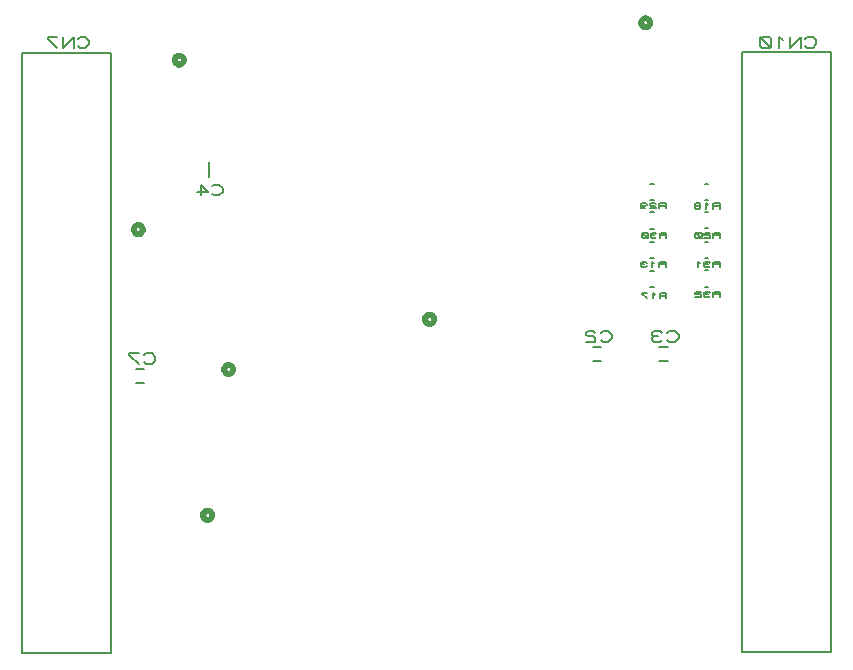
<source format=gbr>
G04 PROTEUS GERBER X2 FILE*
%TF.GenerationSoftware,Labcenter,Proteus,8.12-SP0-Build30713*%
%TF.CreationDate,2021-08-05T01:58:47+00:00*%
%TF.FileFunction,Legend,Bot*%
%TF.FilePolarity,Positive*%
%TF.Part,Single*%
%TF.SameCoordinates,{c268b761-3c90-48aa-9c34-52fb7bb1cfd9}*%
%FSLAX45Y45*%
%MOMM*%
G01*
%TA.AperFunction,Material*%
%ADD30C,0.203200*%
%ADD32C,0.200000*%
%ADD34C,0.508000*%
%TD.AperFunction*%
D30*
X+6166000Y+50000D02*
X+6926000Y+50000D01*
X+6926000Y+5130000D01*
X+6166000Y+5130000D01*
X+6166000Y+50000D01*
X+6704750Y+5185880D02*
X+6720625Y+5170640D01*
X+6768250Y+5170640D01*
X+6800000Y+5201120D01*
X+6800000Y+5231600D01*
X+6768250Y+5262080D01*
X+6720625Y+5262080D01*
X+6704750Y+5246840D01*
X+6673000Y+5170640D02*
X+6673000Y+5262080D01*
X+6577750Y+5170640D01*
X+6577750Y+5262080D01*
X+6514250Y+5231600D02*
X+6482500Y+5262080D01*
X+6482500Y+5170640D01*
X+6419000Y+5185880D02*
X+6419000Y+5246840D01*
X+6403125Y+5262080D01*
X+6339625Y+5262080D01*
X+6323750Y+5246840D01*
X+6323750Y+5185880D01*
X+6339625Y+5170640D01*
X+6403125Y+5170640D01*
X+6419000Y+5185880D01*
X+6419000Y+5170640D02*
X+6323750Y+5262080D01*
D32*
X+5395000Y+3526327D02*
X+5425000Y+3526327D01*
X+5395000Y+3386327D02*
X+5425000Y+3386327D01*
D30*
X+5524300Y+3312267D02*
X+5524300Y+3357987D01*
X+5476675Y+3357987D01*
X+5467150Y+3350367D01*
X+5467150Y+3342747D01*
X+5476675Y+3335127D01*
X+5524300Y+3335127D01*
X+5476675Y+3335127D02*
X+5467150Y+3327507D01*
X+5467150Y+3312267D01*
X+5429050Y+3342747D02*
X+5410000Y+3357987D01*
X+5410000Y+3312267D01*
X+5362375Y+3350367D02*
X+5352850Y+3357987D01*
X+5324275Y+3357987D01*
X+5314750Y+3350367D01*
X+5314750Y+3342747D01*
X+5324275Y+3335127D01*
X+5314750Y+3327507D01*
X+5314750Y+3319887D01*
X+5324275Y+3312267D01*
X+5352850Y+3312267D01*
X+5362375Y+3319887D01*
X+5343325Y+3335127D02*
X+5324275Y+3335127D01*
D32*
X+5395000Y+3281327D02*
X+5425000Y+3281327D01*
X+5395000Y+3141327D02*
X+5425000Y+3141327D01*
D30*
X+5529300Y+3047267D02*
X+5529300Y+3092987D01*
X+5481675Y+3092987D01*
X+5472150Y+3085367D01*
X+5472150Y+3077747D01*
X+5481675Y+3070127D01*
X+5529300Y+3070127D01*
X+5481675Y+3070127D02*
X+5472150Y+3062507D01*
X+5472150Y+3047267D01*
X+5434050Y+3077747D02*
X+5415000Y+3092987D01*
X+5415000Y+3047267D01*
X+5367375Y+3092987D02*
X+5319750Y+3092987D01*
X+5319750Y+3085367D01*
X+5367375Y+3047267D01*
D32*
X+5395000Y+4016327D02*
X+5425000Y+4016327D01*
X+5395000Y+3876327D02*
X+5425000Y+3876327D01*
D30*
X+5524300Y+3808071D02*
X+5524300Y+3853791D01*
X+5476675Y+3853791D01*
X+5467150Y+3846171D01*
X+5467150Y+3838551D01*
X+5476675Y+3830931D01*
X+5524300Y+3830931D01*
X+5476675Y+3830931D02*
X+5467150Y+3823311D01*
X+5467150Y+3808071D01*
X+5438575Y+3846171D02*
X+5429050Y+3853791D01*
X+5400475Y+3853791D01*
X+5390950Y+3846171D01*
X+5390950Y+3838551D01*
X+5400475Y+3830931D01*
X+5429050Y+3830931D01*
X+5438575Y+3823311D01*
X+5438575Y+3808071D01*
X+5390950Y+3808071D01*
X+5314750Y+3838551D02*
X+5324275Y+3830931D01*
X+5352850Y+3830931D01*
X+5362375Y+3838551D01*
X+5362375Y+3846171D01*
X+5352850Y+3853791D01*
X+5324275Y+3853791D01*
X+5314750Y+3846171D01*
X+5314750Y+3815691D01*
X+5324275Y+3808071D01*
X+5352850Y+3808071D01*
D32*
X+5395000Y+3776327D02*
X+5425000Y+3776327D01*
X+5395000Y+3636327D02*
X+5425000Y+3636327D01*
D30*
X+5529300Y+3557267D02*
X+5529300Y+3602987D01*
X+5481675Y+3602987D01*
X+5472150Y+3595367D01*
X+5472150Y+3587747D01*
X+5481675Y+3580127D01*
X+5529300Y+3580127D01*
X+5481675Y+3580127D02*
X+5472150Y+3572507D01*
X+5472150Y+3557267D01*
X+5443575Y+3595367D02*
X+5434050Y+3602987D01*
X+5405475Y+3602987D01*
X+5395950Y+3595367D01*
X+5395950Y+3587747D01*
X+5405475Y+3580127D01*
X+5395950Y+3572507D01*
X+5395950Y+3564887D01*
X+5405475Y+3557267D01*
X+5434050Y+3557267D01*
X+5443575Y+3564887D01*
X+5424525Y+3580127D02*
X+5405475Y+3580127D01*
X+5376900Y+3564887D02*
X+5376900Y+3595367D01*
X+5367375Y+3602987D01*
X+5329275Y+3602987D01*
X+5319750Y+3595367D01*
X+5319750Y+3564887D01*
X+5329275Y+3557267D01*
X+5367375Y+3557267D01*
X+5376900Y+3564887D01*
X+5376900Y+3557267D02*
X+5319750Y+3602987D01*
D32*
X+5855000Y+4016327D02*
X+5885000Y+4016327D01*
X+5855000Y+3876327D02*
X+5885000Y+3876327D01*
D30*
X+5980692Y+3805875D02*
X+5980692Y+3851595D01*
X+5933067Y+3851595D01*
X+5923542Y+3843975D01*
X+5923542Y+3836355D01*
X+5933067Y+3828735D01*
X+5980692Y+3828735D01*
X+5933067Y+3828735D02*
X+5923542Y+3821115D01*
X+5923542Y+3805875D01*
X+5885442Y+3836355D02*
X+5866392Y+3851595D01*
X+5866392Y+3805875D01*
X+5809242Y+3828735D02*
X+5818767Y+3836355D01*
X+5818767Y+3843975D01*
X+5809242Y+3851595D01*
X+5780667Y+3851595D01*
X+5771142Y+3843975D01*
X+5771142Y+3836355D01*
X+5780667Y+3828735D01*
X+5809242Y+3828735D01*
X+5818767Y+3821115D01*
X+5818767Y+3813495D01*
X+5809242Y+3805875D01*
X+5780667Y+3805875D01*
X+5771142Y+3813495D01*
X+5771142Y+3821115D01*
X+5780667Y+3828735D01*
D32*
X+5855000Y+3781327D02*
X+5885000Y+3781327D01*
X+5855000Y+3641327D02*
X+5885000Y+3641327D01*
D30*
X+5984300Y+3557267D02*
X+5984300Y+3602987D01*
X+5936675Y+3602987D01*
X+5927150Y+3595367D01*
X+5927150Y+3587747D01*
X+5936675Y+3580127D01*
X+5984300Y+3580127D01*
X+5936675Y+3580127D02*
X+5927150Y+3572507D01*
X+5927150Y+3557267D01*
X+5898575Y+3595367D02*
X+5889050Y+3602987D01*
X+5860475Y+3602987D01*
X+5850950Y+3595367D01*
X+5850950Y+3587747D01*
X+5860475Y+3580127D01*
X+5889050Y+3580127D01*
X+5898575Y+3572507D01*
X+5898575Y+3557267D01*
X+5850950Y+3557267D01*
X+5831900Y+3564887D02*
X+5831900Y+3595367D01*
X+5822375Y+3602987D01*
X+5784275Y+3602987D01*
X+5774750Y+3595367D01*
X+5774750Y+3564887D01*
X+5784275Y+3557267D01*
X+5822375Y+3557267D01*
X+5831900Y+3564887D01*
X+5831900Y+3557267D02*
X+5774750Y+3602987D01*
D32*
X+5855000Y+3526327D02*
X+5885000Y+3526327D01*
X+5855000Y+3386327D02*
X+5885000Y+3386327D01*
D30*
X+5984300Y+3312267D02*
X+5984300Y+3357987D01*
X+5936675Y+3357987D01*
X+5927150Y+3350367D01*
X+5927150Y+3342747D01*
X+5936675Y+3335127D01*
X+5984300Y+3335127D01*
X+5936675Y+3335127D02*
X+5927150Y+3327507D01*
X+5927150Y+3312267D01*
X+5898575Y+3350367D02*
X+5889050Y+3357987D01*
X+5860475Y+3357987D01*
X+5850950Y+3350367D01*
X+5850950Y+3342747D01*
X+5860475Y+3335127D01*
X+5850950Y+3327507D01*
X+5850950Y+3319887D01*
X+5860475Y+3312267D01*
X+5889050Y+3312267D01*
X+5898575Y+3319887D01*
X+5879525Y+3335127D02*
X+5860475Y+3335127D01*
X+5812850Y+3342747D02*
X+5793800Y+3357987D01*
X+5793800Y+3312267D01*
D32*
X+5855000Y+3286327D02*
X+5885000Y+3286327D01*
X+5855000Y+3146327D02*
X+5885000Y+3146327D01*
D30*
X+5984300Y+3057267D02*
X+5984300Y+3102987D01*
X+5936675Y+3102987D01*
X+5927150Y+3095367D01*
X+5927150Y+3087747D01*
X+5936675Y+3080127D01*
X+5984300Y+3080127D01*
X+5936675Y+3080127D02*
X+5927150Y+3072507D01*
X+5927150Y+3057267D01*
X+5898575Y+3095367D02*
X+5889050Y+3102987D01*
X+5860475Y+3102987D01*
X+5850950Y+3095367D01*
X+5850950Y+3087747D01*
X+5860475Y+3080127D01*
X+5850950Y+3072507D01*
X+5850950Y+3064887D01*
X+5860475Y+3057267D01*
X+5889050Y+3057267D01*
X+5898575Y+3064887D01*
X+5879525Y+3080127D02*
X+5860475Y+3080127D01*
X+5822375Y+3095367D02*
X+5812850Y+3102987D01*
X+5784275Y+3102987D01*
X+5774750Y+3095367D01*
X+5774750Y+3087747D01*
X+5784275Y+3080127D01*
X+5812850Y+3080127D01*
X+5822375Y+3072507D01*
X+5822375Y+3057267D01*
X+5774750Y+3057267D01*
D34*
X+1443100Y+5064500D02*
X+1442969Y+5067658D01*
X+1441903Y+5073976D01*
X+1439672Y+5080294D01*
X+1436027Y+5086612D01*
X+1430452Y+5092851D01*
X+1424134Y+5097447D01*
X+1417816Y+5100380D01*
X+1411498Y+5102042D01*
X+1405180Y+5102600D01*
X+1405000Y+5102600D01*
X+1366900Y+5064500D02*
X+1367031Y+5067658D01*
X+1368097Y+5073976D01*
X+1370328Y+5080294D01*
X+1373973Y+5086612D01*
X+1379548Y+5092851D01*
X+1385866Y+5097447D01*
X+1392184Y+5100380D01*
X+1398502Y+5102042D01*
X+1404820Y+5102600D01*
X+1405000Y+5102600D01*
X+1366900Y+5064500D02*
X+1367031Y+5061342D01*
X+1368097Y+5055024D01*
X+1370328Y+5048706D01*
X+1373973Y+5042388D01*
X+1379548Y+5036149D01*
X+1385866Y+5031553D01*
X+1392184Y+5028620D01*
X+1398502Y+5026958D01*
X+1404820Y+5026400D01*
X+1405000Y+5026400D01*
X+1443100Y+5064500D02*
X+1442969Y+5061342D01*
X+1441903Y+5055024D01*
X+1439672Y+5048706D01*
X+1436027Y+5042388D01*
X+1430452Y+5036149D01*
X+1424134Y+5031553D01*
X+1417816Y+5028620D01*
X+1411498Y+5026958D01*
X+1405180Y+5026400D01*
X+1405000Y+5026400D01*
D30*
X+4976340Y+2638420D02*
X+4907760Y+2638420D01*
X+4976340Y+2516500D02*
X+4905220Y+2516500D01*
X+4975070Y+2694300D02*
X+4990945Y+2679060D01*
X+5038570Y+2679060D01*
X+5070320Y+2709540D01*
X+5070320Y+2740020D01*
X+5038570Y+2770500D01*
X+4990945Y+2770500D01*
X+4975070Y+2755260D01*
X+4927445Y+2755260D02*
X+4911570Y+2770500D01*
X+4863945Y+2770500D01*
X+4848070Y+2755260D01*
X+4848070Y+2740020D01*
X+4863945Y+2724780D01*
X+4911570Y+2724780D01*
X+4927445Y+2709540D01*
X+4927445Y+2679060D01*
X+4848070Y+2679060D01*
X+5539700Y+2638420D02*
X+5471120Y+2638420D01*
X+5539700Y+2516500D02*
X+5468580Y+2516500D01*
X+5538430Y+2694300D02*
X+5554305Y+2679060D01*
X+5601930Y+2679060D01*
X+5633680Y+2709540D01*
X+5633680Y+2740020D01*
X+5601930Y+2770500D01*
X+5554305Y+2770500D01*
X+5538430Y+2755260D01*
X+5490805Y+2755260D02*
X+5474930Y+2770500D01*
X+5427305Y+2770500D01*
X+5411430Y+2755260D01*
X+5411430Y+2740020D01*
X+5427305Y+2724780D01*
X+5411430Y+2709540D01*
X+5411430Y+2694300D01*
X+5427305Y+2679060D01*
X+5474930Y+2679060D01*
X+5490805Y+2694300D01*
X+5459055Y+2724780D02*
X+5427305Y+2724780D01*
X+1109700Y+2448420D02*
X+1041120Y+2448420D01*
X+1109700Y+2326500D02*
X+1038580Y+2326500D01*
X+1108430Y+2504300D02*
X+1124305Y+2489060D01*
X+1171930Y+2489060D01*
X+1203680Y+2519540D01*
X+1203680Y+2550020D01*
X+1171930Y+2580500D01*
X+1124305Y+2580500D01*
X+1108430Y+2565260D01*
X+1060805Y+2580500D02*
X+981430Y+2580500D01*
X+981430Y+2565260D01*
X+1060805Y+2489060D01*
D34*
X+1096656Y+3629056D02*
X+1096525Y+3632214D01*
X+1095459Y+3638532D01*
X+1093228Y+3644850D01*
X+1089583Y+3651168D01*
X+1084008Y+3657407D01*
X+1077690Y+3662003D01*
X+1071372Y+3664936D01*
X+1065054Y+3666598D01*
X+1058736Y+3667156D01*
X+1058556Y+3667156D01*
X+1020456Y+3629056D02*
X+1020587Y+3632214D01*
X+1021653Y+3638532D01*
X+1023884Y+3644850D01*
X+1027529Y+3651168D01*
X+1033104Y+3657407D01*
X+1039422Y+3662003D01*
X+1045740Y+3664936D01*
X+1052058Y+3666598D01*
X+1058376Y+3667156D01*
X+1058556Y+3667156D01*
X+1020456Y+3629056D02*
X+1020587Y+3625898D01*
X+1021653Y+3619580D01*
X+1023884Y+3613262D01*
X+1027529Y+3606944D01*
X+1033104Y+3600705D01*
X+1039422Y+3596109D01*
X+1045740Y+3593176D01*
X+1052058Y+3591514D01*
X+1058376Y+3590956D01*
X+1058556Y+3590956D01*
X+1096656Y+3629056D02*
X+1096525Y+3625898D01*
X+1095459Y+3619580D01*
X+1093228Y+3613262D01*
X+1089583Y+3606944D01*
X+1084008Y+3600705D01*
X+1077690Y+3596109D01*
X+1071372Y+3593176D01*
X+1065054Y+3591514D01*
X+1058736Y+3590956D01*
X+1058556Y+3590956D01*
D30*
X+70000Y+46000D02*
X+830000Y+46000D01*
X+830000Y+5126000D01*
X+70000Y+5126000D01*
X+70000Y+46000D01*
X+545250Y+5181880D02*
X+561125Y+5166640D01*
X+608750Y+5166640D01*
X+640500Y+5197120D01*
X+640500Y+5227600D01*
X+608750Y+5258080D01*
X+561125Y+5258080D01*
X+545250Y+5242840D01*
X+513500Y+5166640D02*
X+513500Y+5258080D01*
X+418250Y+5166640D01*
X+418250Y+5258080D01*
X+370625Y+5258080D02*
X+291250Y+5258080D01*
X+291250Y+5242840D01*
X+370625Y+5166640D01*
D34*
X+1683600Y+1210000D02*
X+1683469Y+1213158D01*
X+1682403Y+1219476D01*
X+1680172Y+1225794D01*
X+1676527Y+1232112D01*
X+1670952Y+1238351D01*
X+1664634Y+1242947D01*
X+1658316Y+1245880D01*
X+1651998Y+1247542D01*
X+1645680Y+1248100D01*
X+1645500Y+1248100D01*
X+1607400Y+1210000D02*
X+1607531Y+1213158D01*
X+1608597Y+1219476D01*
X+1610828Y+1225794D01*
X+1614473Y+1232112D01*
X+1620048Y+1238351D01*
X+1626366Y+1242947D01*
X+1632684Y+1245880D01*
X+1639002Y+1247542D01*
X+1645320Y+1248100D01*
X+1645500Y+1248100D01*
X+1607400Y+1210000D02*
X+1607531Y+1206842D01*
X+1608597Y+1200524D01*
X+1610828Y+1194206D01*
X+1614473Y+1187888D01*
X+1620048Y+1181649D01*
X+1626366Y+1177053D01*
X+1632684Y+1174120D01*
X+1639002Y+1172458D01*
X+1645320Y+1171900D01*
X+1645500Y+1171900D01*
X+1683600Y+1210000D02*
X+1683469Y+1206842D01*
X+1682403Y+1200524D01*
X+1680172Y+1194206D01*
X+1676527Y+1187888D01*
X+1670952Y+1181649D01*
X+1664634Y+1177053D01*
X+1658316Y+1174120D01*
X+1651998Y+1172458D01*
X+1645680Y+1171900D01*
X+1645500Y+1171900D01*
X+5393100Y+5379500D02*
X+5392969Y+5382658D01*
X+5391903Y+5388976D01*
X+5389672Y+5395294D01*
X+5386027Y+5401612D01*
X+5380452Y+5407851D01*
X+5374134Y+5412447D01*
X+5367816Y+5415380D01*
X+5361498Y+5417042D01*
X+5355180Y+5417600D01*
X+5355000Y+5417600D01*
X+5316900Y+5379500D02*
X+5317031Y+5382658D01*
X+5318097Y+5388976D01*
X+5320328Y+5395294D01*
X+5323973Y+5401612D01*
X+5329548Y+5407851D01*
X+5335866Y+5412447D01*
X+5342184Y+5415380D01*
X+5348502Y+5417042D01*
X+5354820Y+5417600D01*
X+5355000Y+5417600D01*
X+5316900Y+5379500D02*
X+5317031Y+5376342D01*
X+5318097Y+5370024D01*
X+5320328Y+5363706D01*
X+5323973Y+5357388D01*
X+5329548Y+5351149D01*
X+5335866Y+5346553D01*
X+5342184Y+5343620D01*
X+5348502Y+5341958D01*
X+5354820Y+5341400D01*
X+5355000Y+5341400D01*
X+5393100Y+5379500D02*
X+5392969Y+5376342D01*
X+5391903Y+5370024D01*
X+5389672Y+5363706D01*
X+5386027Y+5357388D01*
X+5380452Y+5351149D01*
X+5374134Y+5346553D01*
X+5367816Y+5343620D01*
X+5361498Y+5341958D01*
X+5355180Y+5341400D01*
X+5355000Y+5341400D01*
X+1862600Y+2445000D02*
X+1862469Y+2448158D01*
X+1861403Y+2454476D01*
X+1859172Y+2460794D01*
X+1855527Y+2467112D01*
X+1849952Y+2473351D01*
X+1843634Y+2477947D01*
X+1837316Y+2480880D01*
X+1830998Y+2482542D01*
X+1824680Y+2483100D01*
X+1824500Y+2483100D01*
X+1786400Y+2445000D02*
X+1786531Y+2448158D01*
X+1787597Y+2454476D01*
X+1789828Y+2460794D01*
X+1793473Y+2467112D01*
X+1799048Y+2473351D01*
X+1805366Y+2477947D01*
X+1811684Y+2480880D01*
X+1818002Y+2482542D01*
X+1824320Y+2483100D01*
X+1824500Y+2483100D01*
X+1786400Y+2445000D02*
X+1786531Y+2441842D01*
X+1787597Y+2435524D01*
X+1789828Y+2429206D01*
X+1793473Y+2422888D01*
X+1799048Y+2416649D01*
X+1805366Y+2412053D01*
X+1811684Y+2409120D01*
X+1818002Y+2407458D01*
X+1824320Y+2406900D01*
X+1824500Y+2406900D01*
X+1862600Y+2445000D02*
X+1862469Y+2441842D01*
X+1861403Y+2435524D01*
X+1859172Y+2429206D01*
X+1855527Y+2422888D01*
X+1849952Y+2416649D01*
X+1843634Y+2412053D01*
X+1837316Y+2409120D01*
X+1830998Y+2407458D01*
X+1824680Y+2406900D01*
X+1824500Y+2406900D01*
X+3563100Y+2869500D02*
X+3562969Y+2872658D01*
X+3561903Y+2878976D01*
X+3559672Y+2885294D01*
X+3556027Y+2891612D01*
X+3550452Y+2897851D01*
X+3544134Y+2902447D01*
X+3537816Y+2905380D01*
X+3531498Y+2907042D01*
X+3525180Y+2907600D01*
X+3525000Y+2907600D01*
X+3486900Y+2869500D02*
X+3487031Y+2872658D01*
X+3488097Y+2878976D01*
X+3490328Y+2885294D01*
X+3493973Y+2891612D01*
X+3499548Y+2897851D01*
X+3505866Y+2902447D01*
X+3512184Y+2905380D01*
X+3518502Y+2907042D01*
X+3524820Y+2907600D01*
X+3525000Y+2907600D01*
X+3486900Y+2869500D02*
X+3487031Y+2866342D01*
X+3488097Y+2860024D01*
X+3490328Y+2853706D01*
X+3493973Y+2847388D01*
X+3499548Y+2841149D01*
X+3505866Y+2836553D01*
X+3512184Y+2833620D01*
X+3518502Y+2831958D01*
X+3524820Y+2831400D01*
X+3525000Y+2831400D01*
X+3563100Y+2869500D02*
X+3562969Y+2866342D01*
X+3561903Y+2860024D01*
X+3559672Y+2853706D01*
X+3556027Y+2847388D01*
X+3550452Y+2841149D01*
X+3544134Y+2836553D01*
X+3537816Y+2833620D01*
X+3531498Y+2831958D01*
X+3525180Y+2831400D01*
X+3525000Y+2831400D01*
D32*
X+1655000Y+4075000D02*
X+1655000Y+4205000D01*
D30*
X+1681750Y+3933320D02*
X+1697625Y+3918080D01*
X+1745250Y+3918080D01*
X+1777000Y+3948560D01*
X+1777000Y+3979040D01*
X+1745250Y+4009520D01*
X+1697625Y+4009520D01*
X+1681750Y+3994280D01*
X+1554750Y+3948560D02*
X+1650000Y+3948560D01*
X+1586500Y+4009520D01*
X+1586500Y+3918080D01*
M02*

</source>
